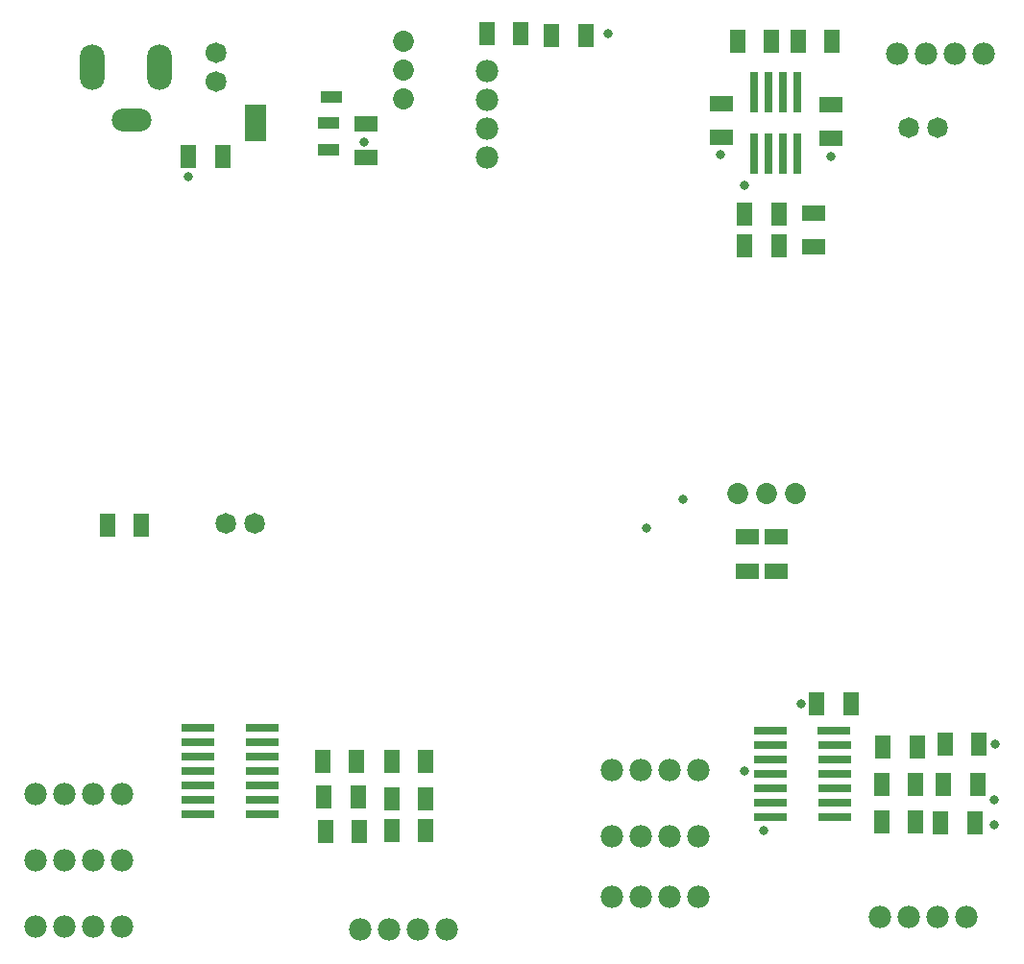
<source format=gts>
G04*
G04 #@! TF.GenerationSoftware,Altium Limited,Altium Designer,24.1.2 (44)*
G04*
G04 Layer_Color=8388736*
%FSLAX44Y44*%
%MOMM*%
G71*
G04*
G04 #@! TF.SameCoordinates,1CDE90F2-DCA2-4B6B-BF69-51DDCCDC9EC5*
G04*
G04*
G04 #@! TF.FilePolarity,Negative*
G04*
G01*
G75*
%ADD25C,0.0000*%
%ADD26R,2.0066X1.3208*%
%ADD27R,0.8032X3.6032*%
%ADD28R,1.3208X2.0066*%
%ADD29R,2.8532X0.8032*%
%ADD30R,1.9032X3.3020*%
%ADD31R,1.9032X1.0414*%
%ADD32C,1.9812*%
%ADD33C,1.8532*%
%ADD34C,1.8232*%
%ADD35O,2.2032X4.0032*%
%ADD36O,3.5032X2.0032*%
%ADD37C,0.8382*%
D25*
X206731Y438150D02*
G03*
X206731Y438150I-8611J0D01*
G01*
X232131D02*
G03*
X232131Y438150I-8611J0D01*
G01*
X197841Y853440D02*
G03*
X197841Y853440I-8611J0D01*
G01*
Y828040D02*
G03*
X197841Y828040I-8611J0D01*
G01*
X808711Y787400D02*
G03*
X808711Y787400I-8611J0D01*
G01*
X834111D02*
G03*
X834111Y787400I-8611J0D01*
G01*
D26*
X657860Y426466D02*
D03*
Y396494D02*
D03*
X683260D02*
D03*
Y426466D02*
D03*
X635000Y778764D02*
D03*
Y808736D02*
D03*
X321310Y790956D02*
D03*
Y760984D02*
D03*
X716280Y712216D02*
D03*
Y682244D02*
D03*
X731520Y777748D02*
D03*
Y807720D02*
D03*
D27*
X663730Y818362D02*
D03*
X676430D02*
D03*
X689130D02*
D03*
X701830D02*
D03*
Y764362D02*
D03*
X689130D02*
D03*
X676430D02*
D03*
X663730D02*
D03*
D28*
X860806Y208280D02*
D03*
X830834D02*
D03*
X776224D02*
D03*
X806196D02*
D03*
X776224Y175260D02*
D03*
X806196D02*
D03*
X858266Y173990D02*
D03*
X828294D02*
D03*
X286004Y166370D02*
D03*
X315976D02*
D03*
X374396Y167640D02*
D03*
X344424D02*
D03*
X283464Y228600D02*
D03*
X313436D02*
D03*
X284734Y196850D02*
D03*
X314706D02*
D03*
X374396Y195580D02*
D03*
X344424D02*
D03*
X374396Y228600D02*
D03*
X344424D02*
D03*
X685546Y683260D02*
D03*
X655574D02*
D03*
X685546Y711200D02*
D03*
X655574D02*
D03*
X732536Y863600D02*
D03*
X702564D02*
D03*
X678942D02*
D03*
X648970D02*
D03*
X458216Y869950D02*
D03*
X428244D02*
D03*
X195326Y762000D02*
D03*
X165354D02*
D03*
X515366Y868680D02*
D03*
X485394D02*
D03*
X719074Y279400D02*
D03*
X749046D02*
D03*
X832104Y243840D02*
D03*
X862076D02*
D03*
X807466Y241300D02*
D03*
X777494D02*
D03*
X93980Y436880D02*
D03*
X123952D02*
D03*
D29*
X173570Y257810D02*
D03*
Y245110D02*
D03*
Y232410D02*
D03*
Y219710D02*
D03*
Y207010D02*
D03*
Y194310D02*
D03*
Y181610D02*
D03*
X230290D02*
D03*
Y194310D02*
D03*
Y207010D02*
D03*
Y219710D02*
D03*
Y232410D02*
D03*
Y245110D02*
D03*
X229870Y257810D02*
D03*
X734060Y255270D02*
D03*
X734480Y242570D02*
D03*
Y229870D02*
D03*
Y217170D02*
D03*
Y204470D02*
D03*
Y191770D02*
D03*
Y179070D02*
D03*
X677760D02*
D03*
Y191770D02*
D03*
Y204470D02*
D03*
Y217170D02*
D03*
Y229870D02*
D03*
Y242570D02*
D03*
Y255270D02*
D03*
D30*
X224040Y791210D02*
D03*
D31*
X289040Y768096D02*
D03*
Y791210D02*
D03*
X291540Y814324D02*
D03*
D32*
X341630Y80010D02*
D03*
X316230D02*
D03*
X392430D02*
D03*
X367030D02*
D03*
X800100Y91440D02*
D03*
X774700D02*
D03*
X850900D02*
D03*
X825500D02*
D03*
X55880Y199390D02*
D03*
X30480D02*
D03*
X106680D02*
D03*
X81280D02*
D03*
X55880Y140970D02*
D03*
X30480D02*
D03*
X106680D02*
D03*
X81280D02*
D03*
X55880Y82550D02*
D03*
X30480D02*
D03*
X106680D02*
D03*
X81280D02*
D03*
X563880Y220980D02*
D03*
X538480D02*
D03*
X614680D02*
D03*
X589280D02*
D03*
X563880Y109220D02*
D03*
X538480D02*
D03*
X614680D02*
D03*
X589280D02*
D03*
X563880Y162560D02*
D03*
X538480D02*
D03*
X614680D02*
D03*
X589280D02*
D03*
X815340Y852170D02*
D03*
X789940D02*
D03*
X866140D02*
D03*
X840740D02*
D03*
X427990Y786130D02*
D03*
Y760730D02*
D03*
Y836930D02*
D03*
Y811530D02*
D03*
D33*
X648970Y464820D02*
D03*
X674370D02*
D03*
X699770D02*
D03*
X354330Y812800D02*
D03*
Y838200D02*
D03*
Y863600D02*
D03*
D34*
X198120Y438150D02*
D03*
X223520D02*
D03*
X189230Y853440D02*
D03*
Y828040D02*
D03*
X800100Y787400D02*
D03*
X825500D02*
D03*
D35*
X140010Y840740D02*
D03*
X80010D02*
D03*
D36*
X115010Y794240D02*
D03*
D37*
X320040Y774700D02*
D03*
X655320Y736600D02*
D03*
X731520Y762000D02*
D03*
X875030Y172720D02*
D03*
Y194310D02*
D03*
X876300Y243840D02*
D03*
X568960Y434340D02*
D03*
X600710Y459740D02*
D03*
X633730Y763270D02*
D03*
X534670Y869950D02*
D03*
X165100Y744220D02*
D03*
X655320Y219710D02*
D03*
X671830Y167640D02*
D03*
X704850Y279400D02*
D03*
M02*

</source>
